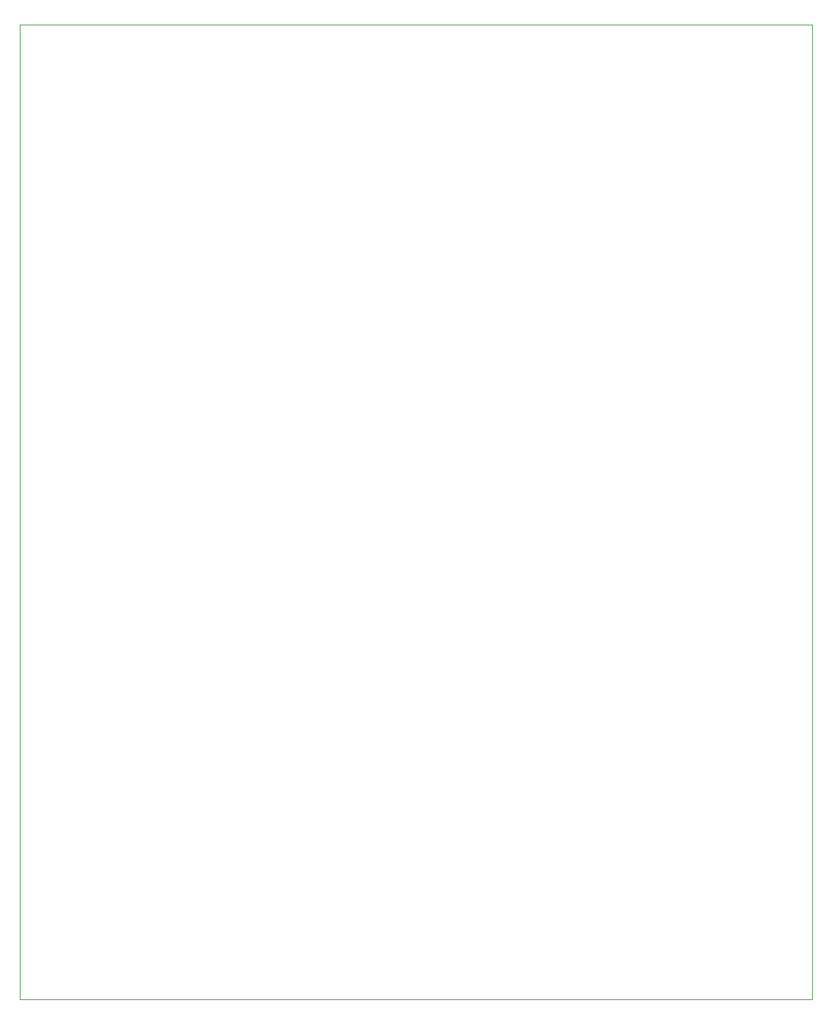
<source format=gm1>
%TF.GenerationSoftware,KiCad,Pcbnew,9.0.7*%
%TF.CreationDate,2026-02-21T19:23:01+01:00*%
%TF.ProjectId,DMH_VCLFO_v2_PCB_Controls,444d485f-5643-44c4-964f-5f76325f5043,1*%
%TF.SameCoordinates,Original*%
%TF.FileFunction,Profile,NP*%
%FSLAX46Y46*%
G04 Gerber Fmt 4.6, Leading zero omitted, Abs format (unit mm)*
G04 Created by KiCad (PCBNEW 9.0.7) date 2026-02-21 19:23:01*
%MOMM*%
%LPD*%
G01*
G04 APERTURE LIST*
%TA.AperFunction,Profile*%
%ADD10C,0.050000*%
%TD*%
G04 APERTURE END LIST*
D10*
X51000000Y-42500000D02*
X149000000Y-42500000D01*
X149000000Y-163000000D01*
X51000000Y-163000000D01*
X51000000Y-42500000D01*
M02*

</source>
